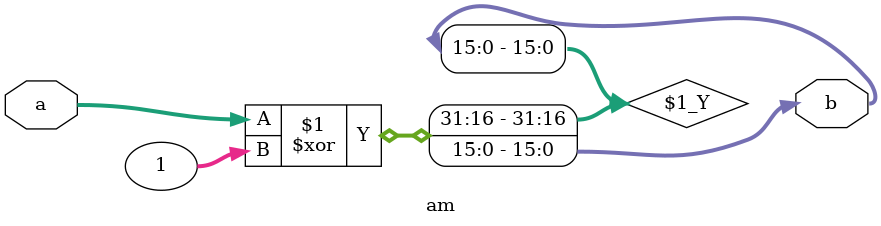
<source format=v>
module t();

wire [63:0] a;
wire [63:0] b;

assign a = 3;

am dut(a, b);

initial
begin
	#1;
	if(b !== 2)
		$display("FAILED");
	else
		$display("PASSED");
	$finish;
end
endmodule

module am(
	a, b
);

input [15:0] a;
output [15:0] b;

assign b = a ^ 1;

endmodule

</source>
